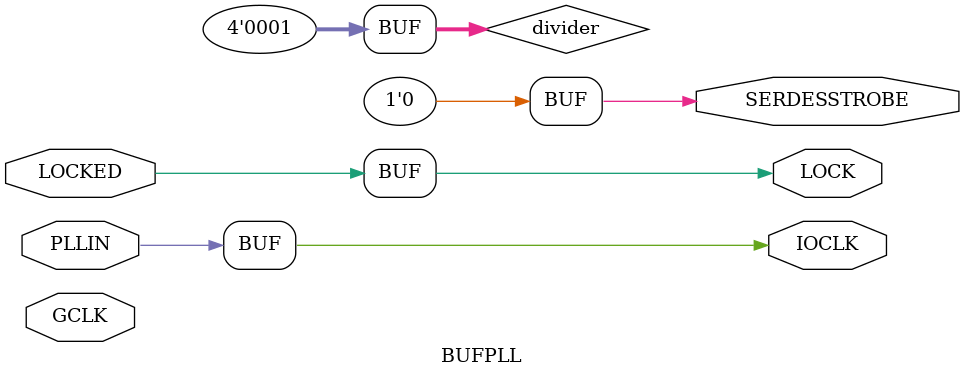
<source format=v>

`timescale  1 ps / 1 ps

module BUFPLL (IOCLK, LOCK, SERDESSTROBE, GCLK, LOCKED, PLLIN);


    parameter integer DIVIDE = 1;        // {1..8}
    parameter ENABLE_SYNC = "TRUE";



    output IOCLK;
    output LOCK;
    output SERDESSTROBE;

    input GCLK;
    input LOCKED;
    input PLLIN;


   assign IOCLK = PLLIN;
   assign LOCK = LOCKED;

   reg [3:0] div_count;
   reg 	     serdes_strobe;
   wire [3:0] next_div_count = div_count + 1;

   /* verilator lint_off WIDTH */
   wire [3:0] divider = DIVIDE;
   
   always @(posedge IOCLK) begin
      if(next_div_count == divider) begin
	 serdes_strobe <= 1;
	 div_count <= 0;
      end else begin
	 serdes_strobe <= 0;
	 div_count <= next_div_count;
      end
   end
   assign SERDESSTROBE = (DIVIDE == 1) ? 1'b0 : serdes_strobe;
   /* verilator lint_on WIDTH */

endmodule // BUFPLL


</source>
